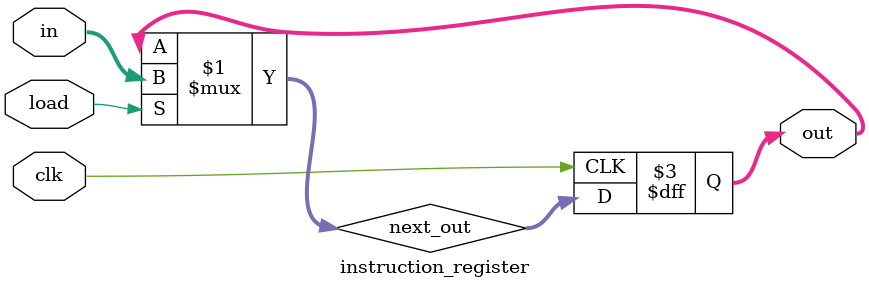
<source format=v>
module instruction_register(clk, load, in, out);
	input clk, load;
	input [15:0] in;
	output [15:0] out;
	reg [15:0] out;
	wire [15:0] next_out;
	
	assign next_out = load ? in : out;
	
	always @(posedge clk)
		out = next_out;
endmodule
</source>
